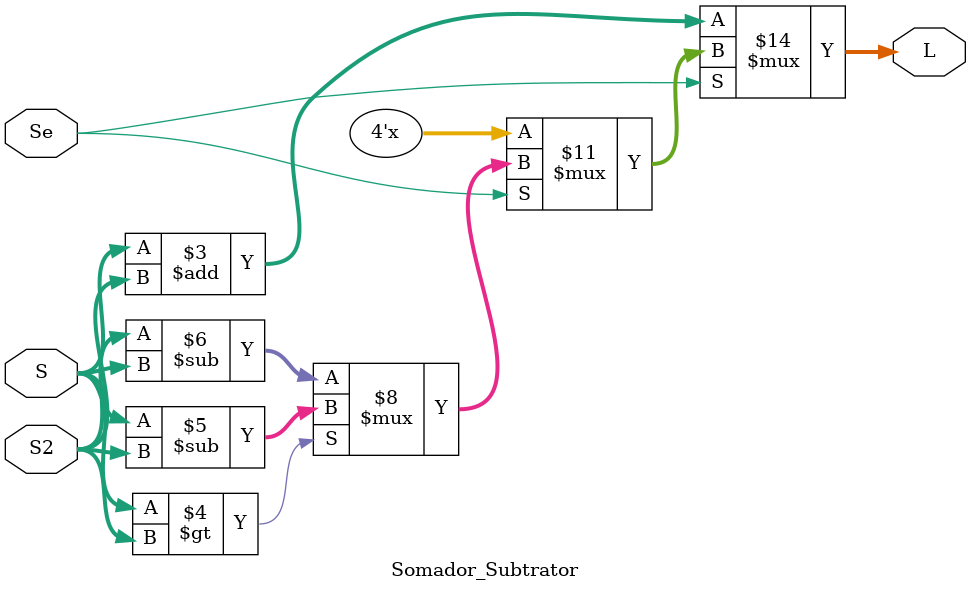
<source format=v>
module Somador_Subtrator(input [3:0]S, S2,
			  input Se,
			  output reg [3:0] L);
	
	always@*
		begin
			if(Se == 0)
				L = S+S2;
			else
				if(S>S2)
					L = S-S2;
				else
					L = S2-S;
		end

	
endmodule

</source>
